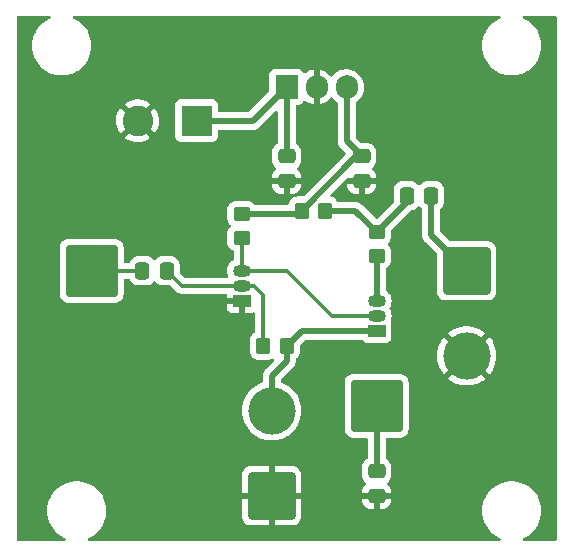
<source format=gbr>
%TF.GenerationSoftware,KiCad,Pcbnew,(6.0.7)*%
%TF.CreationDate,2022-09-29T22:29:57-04:00*%
%TF.ProjectId,fuzz_v1,66757a7a-5f76-4312-9e6b-696361645f70,rev?*%
%TF.SameCoordinates,Original*%
%TF.FileFunction,Copper,L1,Top*%
%TF.FilePolarity,Positive*%
%FSLAX46Y46*%
G04 Gerber Fmt 4.6, Leading zero omitted, Abs format (unit mm)*
G04 Created by KiCad (PCBNEW (6.0.7)) date 2022-09-29 22:29:57*
%MOMM*%
%LPD*%
G01*
G04 APERTURE LIST*
G04 Aperture macros list*
%AMRoundRect*
0 Rectangle with rounded corners*
0 $1 Rounding radius*
0 $2 $3 $4 $5 $6 $7 $8 $9 X,Y pos of 4 corners*
0 Add a 4 corners polygon primitive as box body*
4,1,4,$2,$3,$4,$5,$6,$7,$8,$9,$2,$3,0*
0 Add four circle primitives for the rounded corners*
1,1,$1+$1,$2,$3*
1,1,$1+$1,$4,$5*
1,1,$1+$1,$6,$7*
1,1,$1+$1,$8,$9*
0 Add four rect primitives between the rounded corners*
20,1,$1+$1,$2,$3,$4,$5,0*
20,1,$1+$1,$4,$5,$6,$7,0*
20,1,$1+$1,$6,$7,$8,$9,0*
20,1,$1+$1,$8,$9,$2,$3,0*%
G04 Aperture macros list end*
%TA.AperFunction,SMDPad,CuDef*%
%ADD10RoundRect,0.250000X-0.450000X0.350000X-0.450000X-0.350000X0.450000X-0.350000X0.450000X0.350000X0*%
%TD*%
%TA.AperFunction,SMDPad,CuDef*%
%ADD11RoundRect,0.250000X-0.475000X0.337500X-0.475000X-0.337500X0.475000X-0.337500X0.475000X0.337500X0*%
%TD*%
%TA.AperFunction,SMDPad,CuDef*%
%ADD12RoundRect,0.250000X-0.350000X-0.450000X0.350000X-0.450000X0.350000X0.450000X-0.350000X0.450000X0*%
%TD*%
%TA.AperFunction,ComponentPad*%
%ADD13R,1.500000X1.050000*%
%TD*%
%TA.AperFunction,ComponentPad*%
%ADD14O,1.500000X1.050000*%
%TD*%
%TA.AperFunction,ComponentPad*%
%ADD15RoundRect,0.250000X-1.750000X1.750000X-1.750000X-1.750000X1.750000X-1.750000X1.750000X1.750000X0*%
%TD*%
%TA.AperFunction,ComponentPad*%
%ADD16C,4.000000*%
%TD*%
%TA.AperFunction,ComponentPad*%
%ADD17R,1.905000X2.000000*%
%TD*%
%TA.AperFunction,ComponentPad*%
%ADD18O,1.905000X2.000000*%
%TD*%
%TA.AperFunction,SMDPad,CuDef*%
%ADD19RoundRect,0.250000X0.337500X0.475000X-0.337500X0.475000X-0.337500X-0.475000X0.337500X-0.475000X0*%
%TD*%
%TA.AperFunction,ComponentPad*%
%ADD20RoundRect,0.249999X-1.950001X-1.950001X1.950001X-1.950001X1.950001X1.950001X-1.950001X1.950001X0*%
%TD*%
%TA.AperFunction,ComponentPad*%
%ADD21RoundRect,0.250000X1.750000X-1.750000X1.750000X1.750000X-1.750000X1.750000X-1.750000X-1.750000X0*%
%TD*%
%TA.AperFunction,ComponentPad*%
%ADD22R,2.600000X2.600000*%
%TD*%
%TA.AperFunction,ComponentPad*%
%ADD23C,2.600000*%
%TD*%
%TA.AperFunction,SMDPad,CuDef*%
%ADD24RoundRect,0.250000X-0.337500X-0.475000X0.337500X-0.475000X0.337500X0.475000X-0.337500X0.475000X0*%
%TD*%
%TA.AperFunction,Conductor*%
%ADD25C,0.500000*%
%TD*%
%TA.AperFunction,Conductor*%
%ADD26C,0.300000*%
%TD*%
G04 APERTURE END LIST*
D10*
%TO.P,R3,1*%
%TO.N,Net-(C4-Pad1)*%
X140970000Y-50070000D03*
%TO.P,R3,2*%
%TO.N,Net-(Q2-Pad3)*%
X140970000Y-52070000D03*
%TD*%
D11*
%TO.P,C3,1*%
%TO.N,/9V_CLEAN*%
X139700000Y-43645000D03*
%TO.P,C3,2*%
%TO.N,GND*%
X139700000Y-45720000D03*
%TD*%
D12*
%TO.P,R4,1*%
%TO.N,Net-(C2-Pad1)*%
X131350000Y-59690000D03*
%TO.P,R4,2*%
%TO.N,Net-(J5-Pad2)*%
X133350000Y-59690000D03*
%TD*%
D13*
%TO.P,Q1,1,E*%
%TO.N,GND*%
X129540000Y-55880000D03*
D14*
%TO.P,Q1,2,B*%
%TO.N,Net-(C2-Pad1)*%
X129540000Y-54610000D03*
%TO.P,Q1,3,C*%
%TO.N,Net-(Q1-Pad3)*%
X129540000Y-53340000D03*
%TD*%
D13*
%TO.P,Q2,1,E*%
%TO.N,Net-(J5-Pad2)*%
X140970000Y-58420000D03*
D14*
%TO.P,Q2,2,B*%
%TO.N,Net-(Q1-Pad3)*%
X140970000Y-57150000D03*
%TO.P,Q2,3,C*%
%TO.N,Net-(Q2-Pad3)*%
X140970000Y-55880000D03*
%TD*%
D15*
%TO.P,J4,1,Pin_1*%
%TO.N,/VOL*%
X148590000Y-53340000D03*
D16*
%TO.P,J4,2,Pin_2*%
%TO.N,GND*%
X148590000Y-60540000D03*
%TD*%
D17*
%TO.P,U1,1,IN*%
%TO.N,+12V*%
X133350000Y-37775000D03*
D18*
%TO.P,U1,2,GND*%
%TO.N,GND*%
X135890000Y-37775000D03*
%TO.P,U1,3,OUT*%
%TO.N,/9V_CLEAN*%
X138430000Y-37775000D03*
%TD*%
D19*
%TO.P,C2,1*%
%TO.N,Net-(C2-Pad1)*%
X123190000Y-53340000D03*
%TO.P,C2,2*%
%TO.N,/guitar_in*%
X121115000Y-53340000D03*
%TD*%
D11*
%TO.P,C5,1*%
%TO.N,/FUZZ*%
X140970000Y-70315000D03*
%TO.P,C5,2*%
%TO.N,GND*%
X140970000Y-72390000D03*
%TD*%
D20*
%TO.P,J6,1,Pin_1*%
%TO.N,/FUZZ*%
X140970000Y-64770000D03*
%TD*%
D11*
%TO.P,C1,1*%
%TO.N,+12V*%
X133350000Y-43645000D03*
%TO.P,C1,2*%
%TO.N,GND*%
X133350000Y-45720000D03*
%TD*%
D21*
%TO.P,J5,1,Pin_1*%
%TO.N,GND*%
X132080000Y-72390000D03*
D16*
%TO.P,J5,2,Pin_2*%
%TO.N,Net-(J5-Pad2)*%
X132080000Y-65190000D03*
%TD*%
D22*
%TO.P,J1,1,Pin_1*%
%TO.N,+12V*%
X125730000Y-40640000D03*
D23*
%TO.P,J1,2,Pin_2*%
%TO.N,GND*%
X120730000Y-40640000D03*
%TD*%
D10*
%TO.P,R1,1*%
%TO.N,/9V_CLEAN*%
X129540000Y-48530000D03*
%TO.P,R1,2*%
%TO.N,Net-(Q1-Pad3)*%
X129540000Y-50530000D03*
%TD*%
D20*
%TO.P,J2,1,Pin_1*%
%TO.N,/guitar_in*%
X116840000Y-53340000D03*
%TD*%
D24*
%TO.P,C4,1*%
%TO.N,Net-(C4-Pad1)*%
X143510000Y-46990000D03*
%TO.P,C4,2*%
%TO.N,/VOL*%
X145585000Y-46990000D03*
%TD*%
D12*
%TO.P,R2,1*%
%TO.N,/9V_CLEAN*%
X134620000Y-48260000D03*
%TO.P,R2,2*%
%TO.N,Net-(C4-Pad1)*%
X136620000Y-48260000D03*
%TD*%
D25*
%TO.N,+12V*%
X130485000Y-40640000D02*
X133350000Y-37775000D01*
X133350000Y-43645000D02*
X133350000Y-37775000D01*
X125730000Y-40640000D02*
X130485000Y-40640000D01*
%TO.N,/9V_CLEAN*%
X134620000Y-48260000D02*
X139235000Y-43645000D01*
X138430000Y-42375000D02*
X139700000Y-43645000D01*
X134350000Y-48530000D02*
X134620000Y-48260000D01*
X129540000Y-48530000D02*
X134350000Y-48530000D01*
X139235000Y-43645000D02*
X139700000Y-43645000D01*
X138430000Y-37775000D02*
X138430000Y-42375000D01*
D26*
%TO.N,Net-(Q1-Pad3)*%
X137160000Y-57150000D02*
X140970000Y-57150000D01*
X129540000Y-50530000D02*
X129540000Y-53340000D01*
X133350000Y-53340000D02*
X137160000Y-57150000D01*
X129540000Y-53340000D02*
X133350000Y-53340000D01*
D25*
%TO.N,Net-(C4-Pad1)*%
X143510000Y-46990000D02*
X143510000Y-47530000D01*
X136620000Y-48260000D02*
X139160000Y-48260000D01*
X143510000Y-47530000D02*
X140970000Y-50070000D01*
X139160000Y-48260000D02*
X140970000Y-50070000D01*
%TO.N,Net-(Q2-Pad3)*%
X140970000Y-52070000D02*
X140970000Y-55880000D01*
D26*
%TO.N,Net-(C2-Pad1)*%
X124460000Y-54610000D02*
X129540000Y-54610000D01*
X130590000Y-54610000D02*
X131350000Y-55370000D01*
X129540000Y-54610000D02*
X130590000Y-54610000D01*
X131350000Y-55370000D02*
X131350000Y-59690000D01*
X123190000Y-53340000D02*
X124460000Y-54610000D01*
D25*
%TO.N,Net-(J5-Pad2)*%
X133350000Y-60960000D02*
X132080000Y-62230000D01*
X134620000Y-58420000D02*
X140970000Y-58420000D01*
X133350000Y-59690000D02*
X134620000Y-58420000D01*
X133350000Y-59690000D02*
X133350000Y-60960000D01*
X132080000Y-62230000D02*
X132080000Y-65190000D01*
%TO.N,/VOL*%
X145585000Y-46990000D02*
X145585000Y-50335000D01*
X145585000Y-50335000D02*
X148590000Y-53340000D01*
D26*
%TO.N,/guitar_in*%
X121115000Y-53340000D02*
X116840000Y-53340000D01*
D25*
%TO.N,/FUZZ*%
X140970000Y-70315000D02*
X140970000Y-64770000D01*
%TD*%
%TA.AperFunction,Conductor*%
%TO.N,GND*%
G36*
X113308641Y-31770002D02*
G01*
X113355134Y-31823658D01*
X113365238Y-31893932D01*
X113335744Y-31958512D01*
X113286903Y-31993152D01*
X113229821Y-32015753D01*
X112953221Y-32167816D01*
X112697860Y-32353346D01*
X112467767Y-32569418D01*
X112266568Y-32812625D01*
X112097438Y-33079131D01*
X112095754Y-33082710D01*
X112095750Y-33082717D01*
X111969333Y-33351369D01*
X111963044Y-33364734D01*
X111865505Y-33664928D01*
X111806359Y-33974980D01*
X111788833Y-34253559D01*
X111786540Y-34290000D01*
X111806359Y-34605020D01*
X111865505Y-34915072D01*
X111963044Y-35215266D01*
X111964731Y-35218852D01*
X111964733Y-35218856D01*
X112095750Y-35497283D01*
X112095754Y-35497290D01*
X112097438Y-35500869D01*
X112266568Y-35767375D01*
X112467767Y-36010582D01*
X112697860Y-36226654D01*
X112953221Y-36412184D01*
X112956690Y-36414091D01*
X112956693Y-36414093D01*
X113164425Y-36528295D01*
X113229821Y-36564247D01*
X113233490Y-36565700D01*
X113233495Y-36565702D01*
X113483495Y-36664684D01*
X113523298Y-36680443D01*
X113829025Y-36758940D01*
X114142179Y-36798500D01*
X114457821Y-36798500D01*
X114770975Y-36758940D01*
X115076702Y-36680443D01*
X115116505Y-36664684D01*
X115366505Y-36565702D01*
X115366510Y-36565700D01*
X115370179Y-36564247D01*
X115435575Y-36528295D01*
X115643307Y-36414093D01*
X115643310Y-36414091D01*
X115646779Y-36412184D01*
X115902140Y-36226654D01*
X116132233Y-36010582D01*
X116333432Y-35767375D01*
X116502562Y-35500869D01*
X116504246Y-35497290D01*
X116504250Y-35497283D01*
X116635267Y-35218856D01*
X116635269Y-35218852D01*
X116636956Y-35215266D01*
X116734495Y-34915072D01*
X116793641Y-34605020D01*
X116813460Y-34290000D01*
X116793641Y-33974980D01*
X116734495Y-33664928D01*
X116636956Y-33364734D01*
X116630667Y-33351369D01*
X116504250Y-33082717D01*
X116504246Y-33082710D01*
X116502562Y-33079131D01*
X116333432Y-32812625D01*
X116132233Y-32569418D01*
X115902140Y-32353346D01*
X115646779Y-32167816D01*
X115370179Y-32015753D01*
X115313097Y-31993152D01*
X115257122Y-31949477D01*
X115233646Y-31882474D01*
X115250122Y-31813416D01*
X115301318Y-31764227D01*
X115359480Y-31750000D01*
X151340520Y-31750000D01*
X151408641Y-31770002D01*
X151455134Y-31823658D01*
X151465238Y-31893932D01*
X151435744Y-31958512D01*
X151386903Y-31993152D01*
X151329821Y-32015753D01*
X151053221Y-32167816D01*
X150797860Y-32353346D01*
X150567767Y-32569418D01*
X150366568Y-32812625D01*
X150197438Y-33079131D01*
X150195754Y-33082710D01*
X150195750Y-33082717D01*
X150069333Y-33351369D01*
X150063044Y-33364734D01*
X149965505Y-33664928D01*
X149906359Y-33974980D01*
X149888833Y-34253559D01*
X149886540Y-34290000D01*
X149906359Y-34605020D01*
X149965505Y-34915072D01*
X150063044Y-35215266D01*
X150064731Y-35218852D01*
X150064733Y-35218856D01*
X150195750Y-35497283D01*
X150195754Y-35497290D01*
X150197438Y-35500869D01*
X150366568Y-35767375D01*
X150567767Y-36010582D01*
X150797860Y-36226654D01*
X151053221Y-36412184D01*
X151056690Y-36414091D01*
X151056693Y-36414093D01*
X151264425Y-36528295D01*
X151329821Y-36564247D01*
X151333490Y-36565700D01*
X151333495Y-36565702D01*
X151583495Y-36664684D01*
X151623298Y-36680443D01*
X151929025Y-36758940D01*
X152242179Y-36798500D01*
X152557821Y-36798500D01*
X152870975Y-36758940D01*
X153176702Y-36680443D01*
X153216505Y-36664684D01*
X153466505Y-36565702D01*
X153466510Y-36565700D01*
X153470179Y-36564247D01*
X153535575Y-36528295D01*
X153743307Y-36414093D01*
X153743310Y-36414091D01*
X153746779Y-36412184D01*
X154002140Y-36226654D01*
X154232233Y-36010582D01*
X154433432Y-35767375D01*
X154602562Y-35500869D01*
X154604246Y-35497290D01*
X154604250Y-35497283D01*
X154735267Y-35218856D01*
X154735269Y-35218852D01*
X154736956Y-35215266D01*
X154834495Y-34915072D01*
X154893641Y-34605020D01*
X154913460Y-34290000D01*
X154893641Y-33974980D01*
X154834495Y-33664928D01*
X154736956Y-33364734D01*
X154730667Y-33351369D01*
X154604250Y-33082717D01*
X154604246Y-33082710D01*
X154602562Y-33079131D01*
X154433432Y-32812625D01*
X154232233Y-32569418D01*
X154002140Y-32353346D01*
X153746779Y-32167816D01*
X153470179Y-32015753D01*
X153413097Y-31993152D01*
X153357122Y-31949477D01*
X153333646Y-31882474D01*
X153350122Y-31813416D01*
X153401318Y-31764227D01*
X153459480Y-31750000D01*
X156084000Y-31750000D01*
X156152121Y-31770002D01*
X156198614Y-31823658D01*
X156210000Y-31876000D01*
X156210000Y-76074000D01*
X156189998Y-76142121D01*
X156136342Y-76188614D01*
X156084000Y-76200000D01*
X153459480Y-76200000D01*
X153391359Y-76179998D01*
X153344866Y-76126342D01*
X153334762Y-76056068D01*
X153364256Y-75991488D01*
X153413096Y-75956848D01*
X153466504Y-75935702D01*
X153466503Y-75935702D01*
X153470179Y-75934247D01*
X153746779Y-75782184D01*
X154002140Y-75596654D01*
X154232233Y-75380582D01*
X154433432Y-75137375D01*
X154602562Y-74870869D01*
X154604246Y-74867290D01*
X154604250Y-74867283D01*
X154735267Y-74588856D01*
X154735269Y-74588852D01*
X154736956Y-74585266D01*
X154834495Y-74285072D01*
X154893641Y-73975020D01*
X154913460Y-73660000D01*
X154893641Y-73344980D01*
X154834495Y-73034928D01*
X154736956Y-72734734D01*
X154730667Y-72721369D01*
X154604250Y-72452717D01*
X154604246Y-72452710D01*
X154602562Y-72449131D01*
X154433432Y-72182625D01*
X154232233Y-71939418D01*
X154002140Y-71723346D01*
X153746779Y-71537816D01*
X153590147Y-71451706D01*
X153473648Y-71387660D01*
X153473647Y-71387659D01*
X153470179Y-71385753D01*
X153466510Y-71384300D01*
X153466505Y-71384298D01*
X153180372Y-71271010D01*
X153180371Y-71271010D01*
X153176702Y-71269557D01*
X152870975Y-71191060D01*
X152557821Y-71151500D01*
X152242179Y-71151500D01*
X151929025Y-71191060D01*
X151623298Y-71269557D01*
X151619629Y-71271010D01*
X151619628Y-71271010D01*
X151333495Y-71384298D01*
X151333490Y-71384300D01*
X151329821Y-71385753D01*
X151326353Y-71387659D01*
X151326352Y-71387660D01*
X151209854Y-71451706D01*
X151053221Y-71537816D01*
X150797860Y-71723346D01*
X150567767Y-71939418D01*
X150366568Y-72182625D01*
X150197438Y-72449131D01*
X150195754Y-72452710D01*
X150195750Y-72452717D01*
X150069333Y-72721369D01*
X150063044Y-72734734D01*
X149965505Y-73034928D01*
X149906359Y-73344980D01*
X149888833Y-73623559D01*
X149886540Y-73660000D01*
X149906359Y-73975020D01*
X149965505Y-74285072D01*
X150063044Y-74585266D01*
X150064731Y-74588852D01*
X150064733Y-74588856D01*
X150195750Y-74867283D01*
X150195754Y-74867290D01*
X150197438Y-74870869D01*
X150366568Y-75137375D01*
X150567767Y-75380582D01*
X150797860Y-75596654D01*
X151053221Y-75782184D01*
X151329821Y-75934247D01*
X151333497Y-75935702D01*
X151333496Y-75935702D01*
X151386904Y-75956848D01*
X151442878Y-76000523D01*
X151466354Y-76067526D01*
X151449878Y-76136584D01*
X151398682Y-76185773D01*
X151340520Y-76200000D01*
X116629480Y-76200000D01*
X116561359Y-76179998D01*
X116514866Y-76126342D01*
X116504762Y-76056068D01*
X116534256Y-75991488D01*
X116583096Y-75956848D01*
X116636504Y-75935702D01*
X116636503Y-75935702D01*
X116640179Y-75934247D01*
X116916779Y-75782184D01*
X117172140Y-75596654D01*
X117402233Y-75380582D01*
X117603432Y-75137375D01*
X117772562Y-74870869D01*
X117774246Y-74867290D01*
X117774250Y-74867283D01*
X117905267Y-74588856D01*
X117905269Y-74588852D01*
X117906956Y-74585266D01*
X118004495Y-74285072D01*
X118023185Y-74187095D01*
X129572001Y-74187095D01*
X129572338Y-74193614D01*
X129582257Y-74289206D01*
X129585149Y-74302600D01*
X129636588Y-74456784D01*
X129642761Y-74469962D01*
X129728063Y-74607807D01*
X129737099Y-74619208D01*
X129851829Y-74733739D01*
X129863240Y-74742751D01*
X130001243Y-74827816D01*
X130014424Y-74833963D01*
X130168710Y-74885138D01*
X130182086Y-74888005D01*
X130276438Y-74897672D01*
X130282854Y-74898000D01*
X131807885Y-74898000D01*
X131823124Y-74893525D01*
X131824329Y-74892135D01*
X131826000Y-74884452D01*
X131826000Y-74879884D01*
X132334000Y-74879884D01*
X132338475Y-74895123D01*
X132339865Y-74896328D01*
X132347548Y-74897999D01*
X133877095Y-74897999D01*
X133883614Y-74897662D01*
X133979206Y-74887743D01*
X133992600Y-74884851D01*
X134146784Y-74833412D01*
X134159962Y-74827239D01*
X134297807Y-74741937D01*
X134309208Y-74732901D01*
X134423739Y-74618171D01*
X134432751Y-74606760D01*
X134517816Y-74468757D01*
X134523963Y-74455576D01*
X134575138Y-74301290D01*
X134578005Y-74287914D01*
X134587672Y-74193562D01*
X134588000Y-74187146D01*
X134588000Y-72774595D01*
X139737001Y-72774595D01*
X139737338Y-72781114D01*
X139747257Y-72876706D01*
X139750149Y-72890100D01*
X139801588Y-73044284D01*
X139807761Y-73057462D01*
X139893063Y-73195307D01*
X139902099Y-73206708D01*
X140016829Y-73321239D01*
X140028240Y-73330251D01*
X140166243Y-73415316D01*
X140179424Y-73421463D01*
X140333710Y-73472638D01*
X140347086Y-73475505D01*
X140441438Y-73485172D01*
X140447854Y-73485500D01*
X140697885Y-73485500D01*
X140713124Y-73481025D01*
X140714329Y-73479635D01*
X140716000Y-73471952D01*
X140716000Y-73467384D01*
X141224000Y-73467384D01*
X141228475Y-73482623D01*
X141229865Y-73483828D01*
X141237548Y-73485499D01*
X141492095Y-73485499D01*
X141498614Y-73485162D01*
X141594206Y-73475243D01*
X141607600Y-73472351D01*
X141761784Y-73420912D01*
X141774962Y-73414739D01*
X141912807Y-73329437D01*
X141924208Y-73320401D01*
X142038739Y-73205671D01*
X142047751Y-73194260D01*
X142132816Y-73056257D01*
X142138963Y-73043076D01*
X142190138Y-72888790D01*
X142193005Y-72875414D01*
X142202672Y-72781062D01*
X142203000Y-72774646D01*
X142203000Y-72662115D01*
X142198525Y-72646876D01*
X142197135Y-72645671D01*
X142189452Y-72644000D01*
X141242115Y-72644000D01*
X141226876Y-72648475D01*
X141225671Y-72649865D01*
X141224000Y-72657548D01*
X141224000Y-73467384D01*
X140716000Y-73467384D01*
X140716000Y-72662115D01*
X140711525Y-72646876D01*
X140710135Y-72645671D01*
X140702452Y-72644000D01*
X139755116Y-72644000D01*
X139739877Y-72648475D01*
X139738672Y-72649865D01*
X139737001Y-72657548D01*
X139737001Y-72774595D01*
X134588000Y-72774595D01*
X134588000Y-72662115D01*
X134583525Y-72646876D01*
X134582135Y-72645671D01*
X134574452Y-72644000D01*
X132352115Y-72644000D01*
X132336876Y-72648475D01*
X132335671Y-72649865D01*
X132334000Y-72657548D01*
X132334000Y-74879884D01*
X131826000Y-74879884D01*
X131826000Y-72662115D01*
X131821525Y-72646876D01*
X131820135Y-72645671D01*
X131812452Y-72644000D01*
X129590116Y-72644000D01*
X129574877Y-72648475D01*
X129573672Y-72649865D01*
X129572001Y-72657548D01*
X129572001Y-74187095D01*
X118023185Y-74187095D01*
X118063641Y-73975020D01*
X118083460Y-73660000D01*
X118063641Y-73344980D01*
X118004495Y-73034928D01*
X117906956Y-72734734D01*
X117900667Y-72721369D01*
X117774250Y-72452717D01*
X117774246Y-72452710D01*
X117772562Y-72449131D01*
X117603432Y-72182625D01*
X117549874Y-72117885D01*
X129572000Y-72117885D01*
X129576475Y-72133124D01*
X129577865Y-72134329D01*
X129585548Y-72136000D01*
X131807885Y-72136000D01*
X131823124Y-72131525D01*
X131824329Y-72130135D01*
X131826000Y-72122452D01*
X131826000Y-72117885D01*
X132334000Y-72117885D01*
X132338475Y-72133124D01*
X132339865Y-72134329D01*
X132347548Y-72136000D01*
X134569884Y-72136000D01*
X134585123Y-72131525D01*
X134586328Y-72130135D01*
X134587999Y-72122452D01*
X134587999Y-70592905D01*
X134587662Y-70586386D01*
X134577743Y-70490794D01*
X134574851Y-70477400D01*
X134523412Y-70323216D01*
X134517239Y-70310038D01*
X134431937Y-70172193D01*
X134422901Y-70160792D01*
X134308171Y-70046261D01*
X134296760Y-70037249D01*
X134158757Y-69952184D01*
X134145576Y-69946037D01*
X133991290Y-69894862D01*
X133977914Y-69891995D01*
X133883562Y-69882328D01*
X133877145Y-69882000D01*
X132352115Y-69882000D01*
X132336876Y-69886475D01*
X132335671Y-69887865D01*
X132334000Y-69895548D01*
X132334000Y-72117885D01*
X131826000Y-72117885D01*
X131826000Y-69900116D01*
X131821525Y-69884877D01*
X131820135Y-69883672D01*
X131812452Y-69882001D01*
X130282905Y-69882001D01*
X130276386Y-69882338D01*
X130180794Y-69892257D01*
X130167400Y-69895149D01*
X130013216Y-69946588D01*
X130000038Y-69952761D01*
X129862193Y-70038063D01*
X129850792Y-70047099D01*
X129736261Y-70161829D01*
X129727249Y-70173240D01*
X129642184Y-70311243D01*
X129636037Y-70324424D01*
X129584862Y-70478710D01*
X129581995Y-70492086D01*
X129572328Y-70586438D01*
X129572000Y-70592855D01*
X129572000Y-72117885D01*
X117549874Y-72117885D01*
X117402233Y-71939418D01*
X117172140Y-71723346D01*
X116916779Y-71537816D01*
X116760147Y-71451706D01*
X116643648Y-71387660D01*
X116643647Y-71387659D01*
X116640179Y-71385753D01*
X116636510Y-71384300D01*
X116636505Y-71384298D01*
X116350372Y-71271010D01*
X116350371Y-71271010D01*
X116346702Y-71269557D01*
X116040975Y-71191060D01*
X115727821Y-71151500D01*
X115412179Y-71151500D01*
X115099025Y-71191060D01*
X114793298Y-71269557D01*
X114789629Y-71271010D01*
X114789628Y-71271010D01*
X114503495Y-71384298D01*
X114503490Y-71384300D01*
X114499821Y-71385753D01*
X114496353Y-71387659D01*
X114496352Y-71387660D01*
X114379854Y-71451706D01*
X114223221Y-71537816D01*
X113967860Y-71723346D01*
X113737767Y-71939418D01*
X113536568Y-72182625D01*
X113367438Y-72449131D01*
X113365754Y-72452710D01*
X113365750Y-72452717D01*
X113239333Y-72721369D01*
X113233044Y-72734734D01*
X113135505Y-73034928D01*
X113076359Y-73344980D01*
X113058833Y-73623559D01*
X113056540Y-73660000D01*
X113076359Y-73975020D01*
X113135505Y-74285072D01*
X113233044Y-74585266D01*
X113234731Y-74588852D01*
X113234733Y-74588856D01*
X113365750Y-74867283D01*
X113365754Y-74867290D01*
X113367438Y-74870869D01*
X113536568Y-75137375D01*
X113737767Y-75380582D01*
X113967860Y-75596654D01*
X114223221Y-75782184D01*
X114499821Y-75934247D01*
X114503497Y-75935702D01*
X114503496Y-75935702D01*
X114556904Y-75956848D01*
X114612878Y-76000523D01*
X114636354Y-76067526D01*
X114619878Y-76136584D01*
X114568682Y-76185773D01*
X114510520Y-76200000D01*
X110616000Y-76200000D01*
X110547879Y-76179998D01*
X110501386Y-76126342D01*
X110490000Y-76074000D01*
X110490000Y-56449669D01*
X128282001Y-56449669D01*
X128282371Y-56456490D01*
X128287895Y-56507352D01*
X128291521Y-56522604D01*
X128336676Y-56643054D01*
X128345214Y-56658649D01*
X128421715Y-56760724D01*
X128434276Y-56773285D01*
X128536351Y-56849786D01*
X128551946Y-56858324D01*
X128672394Y-56903478D01*
X128687649Y-56907105D01*
X128738514Y-56912631D01*
X128745328Y-56913000D01*
X129267885Y-56913000D01*
X129283124Y-56908525D01*
X129284329Y-56907135D01*
X129286000Y-56899452D01*
X129286000Y-56152115D01*
X129281525Y-56136876D01*
X129280135Y-56135671D01*
X129272452Y-56134000D01*
X128300116Y-56134000D01*
X128284877Y-56138475D01*
X128283672Y-56139865D01*
X128282001Y-56147548D01*
X128282001Y-56449669D01*
X110490000Y-56449669D01*
X110490000Y-51339599D01*
X114131500Y-51339599D01*
X114131501Y-55340400D01*
X114142474Y-55446167D01*
X114144658Y-55452713D01*
X114195730Y-55605792D01*
X114198450Y-55613946D01*
X114291521Y-55764349D01*
X114416697Y-55889306D01*
X114567261Y-55982115D01*
X114647004Y-56008564D01*
X114728610Y-56035632D01*
X114728612Y-56035632D01*
X114735138Y-56037797D01*
X114741974Y-56038497D01*
X114741977Y-56038498D01*
X114785030Y-56042909D01*
X114839599Y-56048500D01*
X116824574Y-56048500D01*
X118840400Y-56048499D01*
X118946167Y-56037526D01*
X119105347Y-55984419D01*
X119107002Y-55983867D01*
X119107004Y-55983866D01*
X119113946Y-55981550D01*
X119264349Y-55888479D01*
X119280051Y-55872750D01*
X119384134Y-55768484D01*
X119389306Y-55763303D01*
X119463396Y-55643107D01*
X119478275Y-55618969D01*
X119478276Y-55618967D01*
X119482115Y-55612739D01*
X119508564Y-55532996D01*
X119535632Y-55451390D01*
X119535632Y-55451388D01*
X119537797Y-55444862D01*
X119539068Y-55432463D01*
X119546730Y-55357673D01*
X119548500Y-55340401D01*
X119548500Y-54124500D01*
X119568502Y-54056379D01*
X119622158Y-54009886D01*
X119674500Y-53998500D01*
X119948303Y-53998500D01*
X120016424Y-54018502D01*
X120062917Y-54072158D01*
X120067826Y-54084623D01*
X120077558Y-54113791D01*
X120085950Y-54138946D01*
X120179022Y-54289348D01*
X120304197Y-54414305D01*
X120310427Y-54418145D01*
X120310428Y-54418146D01*
X120447590Y-54502694D01*
X120454762Y-54507115D01*
X120534505Y-54533564D01*
X120616111Y-54560632D01*
X120616113Y-54560632D01*
X120622639Y-54562797D01*
X120629475Y-54563497D01*
X120629478Y-54563498D01*
X120672531Y-54567909D01*
X120727100Y-54573500D01*
X121502900Y-54573500D01*
X121506146Y-54573163D01*
X121506150Y-54573163D01*
X121601808Y-54563238D01*
X121601812Y-54563237D01*
X121608666Y-54562526D01*
X121615202Y-54560345D01*
X121615204Y-54560345D01*
X121747306Y-54516272D01*
X121776446Y-54506550D01*
X121926848Y-54413478D01*
X122051805Y-54288303D01*
X122054406Y-54284084D01*
X122111530Y-54243583D01*
X122182453Y-54240351D01*
X122243865Y-54275976D01*
X122250422Y-54283530D01*
X122254022Y-54289348D01*
X122379197Y-54414305D01*
X122385427Y-54418145D01*
X122385428Y-54418146D01*
X122522590Y-54502694D01*
X122529762Y-54507115D01*
X122609505Y-54533564D01*
X122691111Y-54560632D01*
X122691113Y-54560632D01*
X122697639Y-54562797D01*
X122704475Y-54563497D01*
X122704478Y-54563498D01*
X122747531Y-54567909D01*
X122802100Y-54573500D01*
X123440050Y-54573500D01*
X123508171Y-54593502D01*
X123529145Y-54610405D01*
X123936345Y-55017605D01*
X123944335Y-55026385D01*
X123948584Y-55033080D01*
X123954362Y-55038506D01*
X123954363Y-55038507D01*
X124000257Y-55081604D01*
X124003099Y-55084359D01*
X124023667Y-55104927D01*
X124027170Y-55107644D01*
X124036195Y-55115352D01*
X124069867Y-55146972D01*
X124076812Y-55150790D01*
X124076816Y-55150793D01*
X124088653Y-55157300D01*
X124105181Y-55168156D01*
X124122131Y-55181304D01*
X124164545Y-55199659D01*
X124175183Y-55204871D01*
X124215663Y-55227124D01*
X124223340Y-55229095D01*
X124223345Y-55229097D01*
X124236426Y-55232455D01*
X124255134Y-55238860D01*
X124274823Y-55247380D01*
X124282649Y-55248619D01*
X124282651Y-55248620D01*
X124300136Y-55251389D01*
X124320459Y-55254608D01*
X124332070Y-55257012D01*
X124363107Y-55264981D01*
X124369135Y-55266529D01*
X124369136Y-55266529D01*
X124376812Y-55268500D01*
X124398258Y-55268500D01*
X124417968Y-55270051D01*
X124431322Y-55272166D01*
X124431323Y-55272166D01*
X124439152Y-55273406D01*
X124485141Y-55269059D01*
X124496996Y-55268500D01*
X128156000Y-55268500D01*
X128224121Y-55288502D01*
X128270614Y-55342158D01*
X128282000Y-55394500D01*
X128282000Y-55607885D01*
X128286475Y-55623124D01*
X128287865Y-55624329D01*
X128295548Y-55626000D01*
X129093758Y-55626000D01*
X129107803Y-55626785D01*
X129256817Y-55643500D01*
X129668000Y-55643500D01*
X129736121Y-55663502D01*
X129782614Y-55717158D01*
X129794000Y-55769500D01*
X129794000Y-56894884D01*
X129798475Y-56910123D01*
X129799865Y-56911328D01*
X129807548Y-56912999D01*
X130334669Y-56912999D01*
X130341490Y-56912629D01*
X130392352Y-56907105D01*
X130407603Y-56903479D01*
X130521270Y-56860867D01*
X130592077Y-56855684D01*
X130654446Y-56889605D01*
X130688576Y-56951860D01*
X130691500Y-56978849D01*
X130691500Y-58468689D01*
X130671498Y-58536810D01*
X130631804Y-58575833D01*
X130525652Y-58641522D01*
X130400695Y-58766697D01*
X130307885Y-58917262D01*
X130290655Y-58969210D01*
X130258464Y-59066264D01*
X130252203Y-59085139D01*
X130241500Y-59189600D01*
X130241500Y-60190400D01*
X130241837Y-60193646D01*
X130241837Y-60193650D01*
X130245506Y-60229006D01*
X130252474Y-60296166D01*
X130308450Y-60463946D01*
X130401522Y-60614348D01*
X130526697Y-60739305D01*
X130532927Y-60743145D01*
X130532928Y-60743146D01*
X130670090Y-60827694D01*
X130677262Y-60832115D01*
X130734181Y-60850994D01*
X130838611Y-60885632D01*
X130838613Y-60885632D01*
X130845139Y-60887797D01*
X130851975Y-60888497D01*
X130851978Y-60888498D01*
X130895031Y-60892909D01*
X130949600Y-60898500D01*
X131750400Y-60898500D01*
X131753646Y-60898163D01*
X131753650Y-60898163D01*
X131849308Y-60888238D01*
X131849312Y-60888237D01*
X131856166Y-60887526D01*
X131862702Y-60885345D01*
X131862704Y-60885345D01*
X131994806Y-60841272D01*
X132023946Y-60831550D01*
X132103137Y-60782545D01*
X132171589Y-60763707D01*
X132239359Y-60784868D01*
X132284930Y-60839309D01*
X132293834Y-60909745D01*
X132258535Y-60978784D01*
X131591089Y-61646230D01*
X131576677Y-61658616D01*
X131565082Y-61667149D01*
X131565077Y-61667154D01*
X131559182Y-61671492D01*
X131554443Y-61677070D01*
X131554440Y-61677073D01*
X131524965Y-61711768D01*
X131518035Y-61719284D01*
X131512340Y-61724979D01*
X131510060Y-61727861D01*
X131494719Y-61747251D01*
X131491928Y-61750655D01*
X131449409Y-61800703D01*
X131444667Y-61806285D01*
X131441339Y-61812801D01*
X131437972Y-61817850D01*
X131434805Y-61822979D01*
X131430266Y-61828716D01*
X131399345Y-61894875D01*
X131397442Y-61898769D01*
X131364231Y-61963808D01*
X131362492Y-61970916D01*
X131360393Y-61976559D01*
X131358476Y-61982322D01*
X131355378Y-61988950D01*
X131353888Y-61996112D01*
X131353888Y-61996113D01*
X131340514Y-62060412D01*
X131339544Y-62064696D01*
X131322192Y-62135610D01*
X131321500Y-62146764D01*
X131321464Y-62146762D01*
X131321225Y-62150755D01*
X131320851Y-62154947D01*
X131319360Y-62162115D01*
X131319558Y-62169432D01*
X131321454Y-62239521D01*
X131321500Y-62242928D01*
X131321500Y-62706721D01*
X131301498Y-62774842D01*
X131241885Y-62823872D01*
X131117456Y-62873137D01*
X131013495Y-62914298D01*
X131013490Y-62914300D01*
X131009821Y-62915753D01*
X130733221Y-63067816D01*
X130477860Y-63253346D01*
X130247767Y-63469418D01*
X130046568Y-63712625D01*
X129877438Y-63979131D01*
X129875754Y-63982710D01*
X129875750Y-63982717D01*
X129744733Y-64261144D01*
X129743044Y-64264734D01*
X129645505Y-64564928D01*
X129586359Y-64874980D01*
X129566540Y-65190000D01*
X129586359Y-65505020D01*
X129645505Y-65815072D01*
X129743044Y-66115266D01*
X129744731Y-66118852D01*
X129744733Y-66118856D01*
X129875750Y-66397283D01*
X129875754Y-66397290D01*
X129877438Y-66400869D01*
X130046568Y-66667375D01*
X130247767Y-66910582D01*
X130477860Y-67126654D01*
X130733221Y-67312184D01*
X130736690Y-67314091D01*
X130736693Y-67314093D01*
X131006352Y-67462340D01*
X131009821Y-67464247D01*
X131013490Y-67465700D01*
X131013495Y-67465702D01*
X131231858Y-67552158D01*
X131303298Y-67580443D01*
X131609025Y-67658940D01*
X131922179Y-67698500D01*
X132237821Y-67698500D01*
X132550975Y-67658940D01*
X132856702Y-67580443D01*
X132928142Y-67552158D01*
X133146505Y-67465702D01*
X133146510Y-67465700D01*
X133150179Y-67464247D01*
X133153648Y-67462340D01*
X133423307Y-67314093D01*
X133423310Y-67314091D01*
X133426779Y-67312184D01*
X133682140Y-67126654D01*
X133912233Y-66910582D01*
X134113432Y-66667375D01*
X134282562Y-66400869D01*
X134284246Y-66397290D01*
X134284250Y-66397283D01*
X134415267Y-66118856D01*
X134415269Y-66118852D01*
X134416956Y-66115266D01*
X134514495Y-65815072D01*
X134573641Y-65505020D01*
X134593460Y-65190000D01*
X134573641Y-64874980D01*
X134514495Y-64564928D01*
X134416956Y-64264734D01*
X134415267Y-64261144D01*
X134284250Y-63982717D01*
X134284246Y-63982710D01*
X134282562Y-63979131D01*
X134113432Y-63712625D01*
X133912233Y-63469418D01*
X133682140Y-63253346D01*
X133426779Y-63067816D01*
X133150179Y-62915753D01*
X133146510Y-62914300D01*
X133146505Y-62914298D01*
X133042544Y-62873137D01*
X132918115Y-62823872D01*
X132862143Y-62780199D01*
X132858732Y-62769599D01*
X138261500Y-62769599D01*
X138261501Y-66770400D01*
X138272474Y-66876167D01*
X138274658Y-66882713D01*
X138325730Y-67035792D01*
X138328450Y-67043946D01*
X138421521Y-67194349D01*
X138546697Y-67319306D01*
X138697261Y-67412115D01*
X138777004Y-67438564D01*
X138858610Y-67465632D01*
X138858612Y-67465632D01*
X138865138Y-67467797D01*
X138871974Y-67468497D01*
X138871977Y-67468498D01*
X138915030Y-67472909D01*
X138969599Y-67478500D01*
X140085500Y-67478500D01*
X140153621Y-67498502D01*
X140200114Y-67552158D01*
X140211500Y-67604500D01*
X140211500Y-69190719D01*
X140191498Y-69258840D01*
X140151803Y-69297863D01*
X140020652Y-69379022D01*
X139895695Y-69504197D01*
X139802885Y-69654762D01*
X139747203Y-69822639D01*
X139736500Y-69927100D01*
X139736500Y-70702900D01*
X139747474Y-70808666D01*
X139803450Y-70976446D01*
X139896522Y-71126848D01*
X140021697Y-71251805D01*
X140026235Y-71254602D01*
X140066824Y-71311853D01*
X140070054Y-71382776D01*
X140034428Y-71444187D01*
X140025932Y-71451562D01*
X140015793Y-71459598D01*
X139901261Y-71574329D01*
X139892249Y-71585740D01*
X139807184Y-71723743D01*
X139801037Y-71736924D01*
X139749862Y-71891210D01*
X139746995Y-71904586D01*
X139737328Y-71998938D01*
X139737000Y-72005355D01*
X139737000Y-72117885D01*
X139741475Y-72133124D01*
X139742865Y-72134329D01*
X139750548Y-72136000D01*
X142184884Y-72136000D01*
X142200123Y-72131525D01*
X142201328Y-72130135D01*
X142202999Y-72122452D01*
X142202999Y-72005405D01*
X142202662Y-71998886D01*
X142192743Y-71903294D01*
X142189851Y-71889900D01*
X142138412Y-71735716D01*
X142132239Y-71722538D01*
X142046937Y-71584693D01*
X142037901Y-71573292D01*
X141923172Y-71458762D01*
X141914238Y-71451706D01*
X141873177Y-71393788D01*
X141869947Y-71322865D01*
X141905574Y-71261454D01*
X141913407Y-71254654D01*
X141919348Y-71250978D01*
X142044305Y-71125803D01*
X142137115Y-70975238D01*
X142192797Y-70807361D01*
X142203500Y-70702900D01*
X142203500Y-69927100D01*
X142200700Y-69900116D01*
X142193238Y-69828192D01*
X142193237Y-69828188D01*
X142192526Y-69821334D01*
X142136550Y-69653554D01*
X142043478Y-69503152D01*
X141918303Y-69378195D01*
X141912072Y-69374354D01*
X141788384Y-69298111D01*
X141740890Y-69245338D01*
X141728500Y-69190851D01*
X141728500Y-67604499D01*
X141748502Y-67536378D01*
X141802158Y-67489885D01*
X141854500Y-67478499D01*
X142970400Y-67478499D01*
X143076167Y-67467526D01*
X143235347Y-67414419D01*
X143237002Y-67413867D01*
X143237004Y-67413866D01*
X143243946Y-67411550D01*
X143394349Y-67318479D01*
X143519306Y-67193303D01*
X143612115Y-67042739D01*
X143667797Y-66874862D01*
X143678500Y-66770401D01*
X143678499Y-62769600D01*
X143667526Y-62663833D01*
X143615294Y-62507276D01*
X143613867Y-62502998D01*
X143613866Y-62502996D01*
X143611550Y-62496054D01*
X143605320Y-62485987D01*
X147008721Y-62485987D01*
X147017548Y-62497605D01*
X147240281Y-62659430D01*
X147246961Y-62663670D01*
X147516572Y-62811890D01*
X147523707Y-62815247D01*
X147809770Y-62928508D01*
X147817296Y-62930953D01*
X148115279Y-63007462D01*
X148123050Y-63008945D01*
X148428278Y-63047503D01*
X148436169Y-63048000D01*
X148743831Y-63048000D01*
X148751722Y-63047503D01*
X149056950Y-63008945D01*
X149064721Y-63007462D01*
X149362704Y-62930953D01*
X149370230Y-62928508D01*
X149656293Y-62815247D01*
X149663428Y-62811890D01*
X149933039Y-62663670D01*
X149939719Y-62659430D01*
X150162823Y-62497336D01*
X150171246Y-62486413D01*
X150164342Y-62473552D01*
X148602812Y-60912022D01*
X148588868Y-60904408D01*
X148587035Y-60904539D01*
X148580420Y-60908790D01*
X147015334Y-62473876D01*
X147008721Y-62485987D01*
X143605320Y-62485987D01*
X143518479Y-62345651D01*
X143393303Y-62220694D01*
X143298270Y-62162115D01*
X143248969Y-62131725D01*
X143248967Y-62131724D01*
X143242739Y-62127885D01*
X143082264Y-62074658D01*
X143081390Y-62074368D01*
X143081388Y-62074368D01*
X143074862Y-62072203D01*
X143068026Y-62071503D01*
X143068023Y-62071502D01*
X143024970Y-62067091D01*
X142970401Y-62061500D01*
X140985426Y-62061500D01*
X138969600Y-62061501D01*
X138863833Y-62072474D01*
X138857286Y-62074658D01*
X138857287Y-62074658D01*
X138702998Y-62126133D01*
X138702996Y-62126134D01*
X138696054Y-62128450D01*
X138545651Y-62221521D01*
X138420694Y-62346697D01*
X138327885Y-62497261D01*
X138272203Y-62665138D01*
X138261500Y-62769599D01*
X132858732Y-62769599D01*
X132838500Y-62706721D01*
X132838500Y-62596371D01*
X132858502Y-62528250D01*
X132875405Y-62507276D01*
X133838911Y-61543770D01*
X133853323Y-61531384D01*
X133864918Y-61522851D01*
X133864923Y-61522846D01*
X133870818Y-61518508D01*
X133875557Y-61512930D01*
X133875560Y-61512927D01*
X133905035Y-61478232D01*
X133911965Y-61470716D01*
X133917660Y-61465021D01*
X133935281Y-61442749D01*
X133938072Y-61439345D01*
X133980591Y-61389297D01*
X133980592Y-61389295D01*
X133985333Y-61383715D01*
X133988661Y-61377199D01*
X133992028Y-61372150D01*
X133995195Y-61367021D01*
X133999734Y-61361284D01*
X134030655Y-61295125D01*
X134032561Y-61291225D01*
X134065769Y-61226192D01*
X134067508Y-61219084D01*
X134069607Y-61213441D01*
X134071524Y-61207678D01*
X134074622Y-61201050D01*
X134089487Y-61129583D01*
X134090457Y-61125299D01*
X134106473Y-61059845D01*
X134107808Y-61054390D01*
X134108500Y-61043236D01*
X134108536Y-61043238D01*
X134108775Y-61039245D01*
X134109149Y-61035053D01*
X134110640Y-61027885D01*
X134108546Y-60950479D01*
X134108500Y-60947072D01*
X134108500Y-60849428D01*
X134128502Y-60781307D01*
X134162888Y-60747505D01*
X134162388Y-60746875D01*
X134168120Y-60742332D01*
X134174348Y-60738478D01*
X134187827Y-60724976D01*
X134294134Y-60618483D01*
X134299305Y-60613303D01*
X134303146Y-60607072D01*
X134342050Y-60543958D01*
X146077290Y-60543958D01*
X146096607Y-60850994D01*
X146097600Y-60858855D01*
X146155246Y-61161046D01*
X146157217Y-61168723D01*
X146252284Y-61461309D01*
X146255199Y-61468672D01*
X146386189Y-61747041D01*
X146390001Y-61753974D01*
X146554851Y-62013736D01*
X146559495Y-62020129D01*
X146634497Y-62110790D01*
X146647014Y-62119245D01*
X146657752Y-62113038D01*
X148217978Y-60552812D01*
X148224356Y-60541132D01*
X148954408Y-60541132D01*
X148954539Y-60542965D01*
X148958790Y-60549580D01*
X150521145Y-62111935D01*
X150534407Y-62119177D01*
X150544512Y-62111988D01*
X150620505Y-62020129D01*
X150625149Y-62013736D01*
X150789999Y-61753974D01*
X150793811Y-61747041D01*
X150924801Y-61468672D01*
X150927716Y-61461309D01*
X151022783Y-61168723D01*
X151024754Y-61161046D01*
X151082400Y-60858855D01*
X151083393Y-60850994D01*
X151102710Y-60543958D01*
X151102710Y-60536042D01*
X151083393Y-60229006D01*
X151082400Y-60221145D01*
X151024754Y-59918954D01*
X151022783Y-59911277D01*
X150927716Y-59618691D01*
X150924801Y-59611328D01*
X150793811Y-59332959D01*
X150789999Y-59326026D01*
X150625149Y-59066264D01*
X150620505Y-59059871D01*
X150545503Y-58969210D01*
X150532986Y-58960755D01*
X150522248Y-58966962D01*
X148962022Y-60527188D01*
X148954408Y-60541132D01*
X148224356Y-60541132D01*
X148225592Y-60538868D01*
X148225461Y-60537035D01*
X148221210Y-60530420D01*
X146658855Y-58968065D01*
X146645593Y-58960823D01*
X146635488Y-58968012D01*
X146559495Y-59059871D01*
X146554851Y-59066264D01*
X146390001Y-59326026D01*
X146386189Y-59332959D01*
X146255199Y-59611328D01*
X146252284Y-59618691D01*
X146157217Y-59911277D01*
X146155246Y-59918954D01*
X146097600Y-60221145D01*
X146096607Y-60229006D01*
X146077290Y-60536042D01*
X146077290Y-60543958D01*
X134342050Y-60543958D01*
X134388275Y-60468968D01*
X134388276Y-60468966D01*
X134392115Y-60462738D01*
X134447797Y-60294861D01*
X134458500Y-60190400D01*
X134458500Y-59706371D01*
X134478502Y-59638250D01*
X134495405Y-59617276D01*
X134897276Y-59215405D01*
X134959588Y-59181379D01*
X134986371Y-59178500D01*
X139696461Y-59178500D01*
X139764582Y-59198502D01*
X139797287Y-59228935D01*
X139856739Y-59308261D01*
X139973295Y-59395615D01*
X140109684Y-59446745D01*
X140171866Y-59453500D01*
X141768134Y-59453500D01*
X141830316Y-59446745D01*
X141966705Y-59395615D01*
X142083261Y-59308261D01*
X142170615Y-59191705D01*
X142221745Y-59055316D01*
X142228500Y-58993134D01*
X142228500Y-58593587D01*
X147008754Y-58593587D01*
X147015658Y-58606448D01*
X148577188Y-60167978D01*
X148591132Y-60175592D01*
X148592965Y-60175461D01*
X148599580Y-60171210D01*
X150164666Y-58606124D01*
X150171279Y-58594013D01*
X150162452Y-58582395D01*
X149939719Y-58420570D01*
X149933039Y-58416330D01*
X149663428Y-58268110D01*
X149656293Y-58264753D01*
X149370230Y-58151492D01*
X149362704Y-58149047D01*
X149064721Y-58072538D01*
X149056950Y-58071055D01*
X148751722Y-58032497D01*
X148743831Y-58032000D01*
X148436169Y-58032000D01*
X148428278Y-58032497D01*
X148123050Y-58071055D01*
X148115279Y-58072538D01*
X147817296Y-58149047D01*
X147809770Y-58151492D01*
X147523707Y-58264753D01*
X147516572Y-58268110D01*
X147246961Y-58416330D01*
X147240281Y-58420570D01*
X147017177Y-58582664D01*
X147008754Y-58593587D01*
X142228500Y-58593587D01*
X142228500Y-57846866D01*
X142221745Y-57784684D01*
X142190645Y-57701724D01*
X142173768Y-57656704D01*
X142173766Y-57656701D01*
X142170615Y-57648295D01*
X142165227Y-57641106D01*
X142165094Y-57640863D01*
X142149924Y-57571506D01*
X142155248Y-57543092D01*
X142210468Y-57364706D01*
X142212290Y-57358820D01*
X142233476Y-57157250D01*
X142215106Y-56955404D01*
X142202626Y-56912999D01*
X142159620Y-56766880D01*
X142157881Y-56760971D01*
X142063981Y-56581355D01*
X142064016Y-56581337D01*
X142044111Y-56515559D01*
X142059271Y-56454591D01*
X142149426Y-56287853D01*
X142152356Y-56282435D01*
X142197787Y-56135671D01*
X142210468Y-56094707D01*
X142210469Y-56094704D01*
X142212290Y-56088820D01*
X142216564Y-56048161D01*
X142232832Y-55893378D01*
X142232832Y-55893377D01*
X142233476Y-55887250D01*
X142215106Y-55685404D01*
X142202658Y-55643107D01*
X142159620Y-55496880D01*
X142157881Y-55490971D01*
X142153951Y-55483452D01*
X142080866Y-55343653D01*
X142063981Y-55311355D01*
X142058630Y-55304699D01*
X141976068Y-55202013D01*
X141936981Y-55153399D01*
X141781719Y-55023119D01*
X141781775Y-55023052D01*
X141738409Y-54969955D01*
X141728500Y-54920976D01*
X141728500Y-53191311D01*
X141748502Y-53123190D01*
X141788196Y-53084167D01*
X141894348Y-53018478D01*
X142019305Y-52893303D01*
X142065805Y-52817866D01*
X142108275Y-52748968D01*
X142108276Y-52748966D01*
X142112115Y-52742738D01*
X142155015Y-52613399D01*
X142165632Y-52581389D01*
X142165632Y-52581387D01*
X142167797Y-52574861D01*
X142168684Y-52566209D01*
X142177501Y-52480150D01*
X142178500Y-52470400D01*
X142178500Y-51669600D01*
X142168624Y-51574417D01*
X142168238Y-51570692D01*
X142168237Y-51570688D01*
X142167526Y-51563834D01*
X142111550Y-51396054D01*
X142018478Y-51245652D01*
X141931891Y-51159216D01*
X141897812Y-51096934D01*
X141902815Y-51026114D01*
X141931736Y-50981025D01*
X142014134Y-50898483D01*
X142019305Y-50893303D01*
X142071692Y-50808316D01*
X142108275Y-50748968D01*
X142108276Y-50748966D01*
X142112115Y-50742738D01*
X142144223Y-50645936D01*
X142165632Y-50581389D01*
X142165632Y-50581387D01*
X142167797Y-50574861D01*
X142178500Y-50470400D01*
X142178500Y-49986371D01*
X142198502Y-49918250D01*
X142215405Y-49897276D01*
X143856554Y-48256127D01*
X143918866Y-48222101D01*
X143932645Y-48219895D01*
X143996808Y-48213238D01*
X143996812Y-48213237D01*
X144003666Y-48212526D01*
X144010202Y-48210345D01*
X144010204Y-48210345D01*
X144164498Y-48158868D01*
X144171446Y-48156550D01*
X144321848Y-48063478D01*
X144446805Y-47938303D01*
X144449406Y-47934084D01*
X144506530Y-47893583D01*
X144577453Y-47890351D01*
X144638865Y-47925976D01*
X144645422Y-47933530D01*
X144649022Y-47939348D01*
X144774197Y-48064305D01*
X144778993Y-48067261D01*
X144819655Y-48124614D01*
X144826500Y-48165578D01*
X144826500Y-50267930D01*
X144825067Y-50286880D01*
X144821801Y-50308349D01*
X144822394Y-50315641D01*
X144822394Y-50315644D01*
X144826085Y-50361018D01*
X144826500Y-50371233D01*
X144826500Y-50379293D01*
X144826925Y-50382937D01*
X144829789Y-50407507D01*
X144830222Y-50411882D01*
X144836140Y-50484637D01*
X144838396Y-50491601D01*
X144839587Y-50497560D01*
X144840971Y-50503415D01*
X144841818Y-50510681D01*
X144866735Y-50579327D01*
X144868152Y-50583455D01*
X144887272Y-50642474D01*
X144890649Y-50652899D01*
X144894445Y-50659154D01*
X144896951Y-50664628D01*
X144899670Y-50670058D01*
X144902167Y-50676937D01*
X144906180Y-50683057D01*
X144906180Y-50683058D01*
X144942186Y-50737976D01*
X144944523Y-50741680D01*
X144982405Y-50804107D01*
X144986121Y-50808315D01*
X144986122Y-50808316D01*
X144989803Y-50812484D01*
X144989776Y-50812508D01*
X144992429Y-50815500D01*
X144995132Y-50818733D01*
X144999144Y-50824852D01*
X145055383Y-50878128D01*
X145057825Y-50880506D01*
X146044595Y-51867276D01*
X146078621Y-51929588D01*
X146081500Y-51956371D01*
X146081500Y-55140400D01*
X146081837Y-55143646D01*
X146081837Y-55143650D01*
X146091425Y-55236055D01*
X146092474Y-55246166D01*
X146094655Y-55252702D01*
X146094655Y-55252704D01*
X146124980Y-55343599D01*
X146148450Y-55413946D01*
X146241522Y-55564348D01*
X146366697Y-55689305D01*
X146372927Y-55693145D01*
X146372928Y-55693146D01*
X146510090Y-55777694D01*
X146517262Y-55782115D01*
X146597005Y-55808564D01*
X146678611Y-55835632D01*
X146678613Y-55835632D01*
X146685139Y-55837797D01*
X146691975Y-55838497D01*
X146691978Y-55838498D01*
X146735031Y-55842909D01*
X146789600Y-55848500D01*
X150390400Y-55848500D01*
X150393646Y-55848163D01*
X150393650Y-55848163D01*
X150489308Y-55838238D01*
X150489312Y-55838237D01*
X150496166Y-55837526D01*
X150502702Y-55835345D01*
X150502704Y-55835345D01*
X150634806Y-55791272D01*
X150663946Y-55781550D01*
X150814348Y-55688478D01*
X150939305Y-55563303D01*
X151007879Y-55452056D01*
X151028275Y-55418968D01*
X151028276Y-55418966D01*
X151032115Y-55412738D01*
X151061488Y-55324181D01*
X151085632Y-55251389D01*
X151085632Y-55251387D01*
X151087797Y-55244861D01*
X151088700Y-55236055D01*
X151096768Y-55157300D01*
X151098500Y-55140400D01*
X151098500Y-51539600D01*
X151098163Y-51536350D01*
X151088238Y-51440692D01*
X151088237Y-51440688D01*
X151087526Y-51433834D01*
X151077643Y-51404209D01*
X151033868Y-51273002D01*
X151031550Y-51266054D01*
X150938478Y-51115652D01*
X150813303Y-50990695D01*
X150807072Y-50986854D01*
X150668968Y-50901725D01*
X150668966Y-50901724D01*
X150662738Y-50897885D01*
X150582995Y-50871436D01*
X150501389Y-50844368D01*
X150501387Y-50844368D01*
X150494861Y-50842203D01*
X150488025Y-50841503D01*
X150488022Y-50841502D01*
X150444969Y-50837091D01*
X150390400Y-50831500D01*
X147206371Y-50831500D01*
X147138250Y-50811498D01*
X147117276Y-50794595D01*
X146380405Y-50057724D01*
X146346379Y-49995412D01*
X146343500Y-49968629D01*
X146343500Y-48165590D01*
X146363502Y-48097469D01*
X146391018Y-48067086D01*
X146396848Y-48063478D01*
X146521805Y-47938303D01*
X146551363Y-47890351D01*
X146610775Y-47793968D01*
X146610776Y-47793966D01*
X146614615Y-47787738D01*
X146670297Y-47619861D01*
X146674704Y-47576854D01*
X146678953Y-47535378D01*
X146681000Y-47515400D01*
X146681000Y-46464600D01*
X146680663Y-46461350D01*
X146670738Y-46365692D01*
X146670737Y-46365688D01*
X146670026Y-46358834D01*
X146614050Y-46191054D01*
X146520978Y-46040652D01*
X146395803Y-45915695D01*
X146389572Y-45911854D01*
X146251468Y-45826725D01*
X146251466Y-45826724D01*
X146245238Y-45822885D01*
X146084754Y-45769655D01*
X146083889Y-45769368D01*
X146083887Y-45769368D01*
X146077361Y-45767203D01*
X146070525Y-45766503D01*
X146070522Y-45766502D01*
X146027469Y-45762091D01*
X145972900Y-45756500D01*
X145197100Y-45756500D01*
X145193854Y-45756837D01*
X145193850Y-45756837D01*
X145098192Y-45766762D01*
X145098188Y-45766763D01*
X145091334Y-45767474D01*
X145084798Y-45769655D01*
X145084796Y-45769655D01*
X144952694Y-45813728D01*
X144923554Y-45823450D01*
X144773152Y-45916522D01*
X144648195Y-46041697D01*
X144645594Y-46045916D01*
X144588470Y-46086417D01*
X144517547Y-46089649D01*
X144456135Y-46054024D01*
X144449578Y-46046470D01*
X144445978Y-46040652D01*
X144320803Y-45915695D01*
X144314572Y-45911854D01*
X144176468Y-45826725D01*
X144176466Y-45826724D01*
X144170238Y-45822885D01*
X144009754Y-45769655D01*
X144008889Y-45769368D01*
X144008887Y-45769368D01*
X144002361Y-45767203D01*
X143995525Y-45766503D01*
X143995522Y-45766502D01*
X143952469Y-45762091D01*
X143897900Y-45756500D01*
X143122100Y-45756500D01*
X143118854Y-45756837D01*
X143118850Y-45756837D01*
X143023192Y-45766762D01*
X143023188Y-45766763D01*
X143016334Y-45767474D01*
X143009798Y-45769655D01*
X143009796Y-45769655D01*
X142877694Y-45813728D01*
X142848554Y-45823450D01*
X142698152Y-45916522D01*
X142573195Y-46041697D01*
X142569355Y-46047927D01*
X142569354Y-46047928D01*
X142530406Y-46111114D01*
X142480385Y-46192262D01*
X142424703Y-46360139D01*
X142424003Y-46366975D01*
X142424002Y-46366978D01*
X142419591Y-46410031D01*
X142414000Y-46464600D01*
X142414000Y-47501129D01*
X142393998Y-47569250D01*
X142377095Y-47590224D01*
X141059095Y-48908224D01*
X140996783Y-48942250D01*
X140925968Y-48937185D01*
X140880905Y-48908224D01*
X139743770Y-47771089D01*
X139731384Y-47756677D01*
X139722851Y-47745082D01*
X139722846Y-47745077D01*
X139718508Y-47739182D01*
X139712930Y-47734443D01*
X139712927Y-47734440D01*
X139678232Y-47704965D01*
X139670716Y-47698035D01*
X139665021Y-47692340D01*
X139658880Y-47687482D01*
X139642749Y-47674719D01*
X139639345Y-47671928D01*
X139589297Y-47629409D01*
X139589295Y-47629408D01*
X139583715Y-47624667D01*
X139577199Y-47621339D01*
X139572150Y-47617972D01*
X139567021Y-47614805D01*
X139561284Y-47610266D01*
X139495125Y-47579345D01*
X139491225Y-47577439D01*
X139426192Y-47544231D01*
X139419084Y-47542492D01*
X139413441Y-47540393D01*
X139407678Y-47538476D01*
X139401050Y-47535378D01*
X139329583Y-47520513D01*
X139325299Y-47519543D01*
X139321437Y-47518598D01*
X139254390Y-47502192D01*
X139248788Y-47501844D01*
X139248785Y-47501844D01*
X139243236Y-47501500D01*
X139243238Y-47501464D01*
X139239245Y-47501225D01*
X139235053Y-47500851D01*
X139227885Y-47499360D01*
X139162493Y-47501129D01*
X139150479Y-47501454D01*
X139147072Y-47501500D01*
X137741311Y-47501500D01*
X137673190Y-47481498D01*
X137634167Y-47441804D01*
X137629743Y-47434655D01*
X137568478Y-47335652D01*
X137443303Y-47210695D01*
X137437072Y-47206854D01*
X137298968Y-47121725D01*
X137298966Y-47121724D01*
X137292738Y-47117885D01*
X137189452Y-47083627D01*
X137142683Y-47068114D01*
X137084323Y-47027683D01*
X137057086Y-46962119D01*
X137069619Y-46892238D01*
X137093255Y-46859426D01*
X137848086Y-46104595D01*
X138467001Y-46104595D01*
X138467338Y-46111114D01*
X138477257Y-46206706D01*
X138480149Y-46220100D01*
X138531588Y-46374284D01*
X138537761Y-46387462D01*
X138623063Y-46525307D01*
X138632099Y-46536708D01*
X138746829Y-46651239D01*
X138758240Y-46660251D01*
X138896243Y-46745316D01*
X138909424Y-46751463D01*
X139063710Y-46802638D01*
X139077086Y-46805505D01*
X139171438Y-46815172D01*
X139177854Y-46815500D01*
X139427885Y-46815500D01*
X139443124Y-46811025D01*
X139444329Y-46809635D01*
X139446000Y-46801952D01*
X139446000Y-46797384D01*
X139954000Y-46797384D01*
X139958475Y-46812623D01*
X139959865Y-46813828D01*
X139967548Y-46815499D01*
X140222095Y-46815499D01*
X140228614Y-46815162D01*
X140324206Y-46805243D01*
X140337600Y-46802351D01*
X140491784Y-46750912D01*
X140504962Y-46744739D01*
X140642807Y-46659437D01*
X140654208Y-46650401D01*
X140768739Y-46535671D01*
X140777751Y-46524260D01*
X140862816Y-46386257D01*
X140868963Y-46373076D01*
X140920138Y-46218790D01*
X140923005Y-46205414D01*
X140932672Y-46111062D01*
X140933000Y-46104646D01*
X140933000Y-45992115D01*
X140928525Y-45976876D01*
X140927135Y-45975671D01*
X140919452Y-45974000D01*
X139972115Y-45974000D01*
X139956876Y-45978475D01*
X139955671Y-45979865D01*
X139954000Y-45987548D01*
X139954000Y-46797384D01*
X139446000Y-46797384D01*
X139446000Y-45992115D01*
X139441525Y-45976876D01*
X139440135Y-45975671D01*
X139432452Y-45974000D01*
X138485116Y-45974000D01*
X138469877Y-45978475D01*
X138468672Y-45979865D01*
X138467001Y-45987548D01*
X138467001Y-46104595D01*
X137848086Y-46104595D01*
X138449776Y-45502905D01*
X138512088Y-45468879D01*
X138538871Y-45466000D01*
X140914884Y-45466000D01*
X140930123Y-45461525D01*
X140931328Y-45460135D01*
X140932999Y-45452452D01*
X140932999Y-45335405D01*
X140932662Y-45328886D01*
X140922743Y-45233294D01*
X140919851Y-45219900D01*
X140868412Y-45065716D01*
X140862239Y-45052538D01*
X140776937Y-44914693D01*
X140767901Y-44903292D01*
X140653172Y-44788762D01*
X140644238Y-44781706D01*
X140603177Y-44723788D01*
X140599947Y-44652865D01*
X140635574Y-44591454D01*
X140643407Y-44584654D01*
X140649348Y-44580978D01*
X140774305Y-44455803D01*
X140867115Y-44305238D01*
X140922797Y-44137361D01*
X140933500Y-44032900D01*
X140933500Y-43257100D01*
X140922526Y-43151334D01*
X140866550Y-42983554D01*
X140773478Y-42833152D01*
X140648303Y-42708195D01*
X140642069Y-42704352D01*
X140503968Y-42619225D01*
X140503966Y-42619224D01*
X140497738Y-42615385D01*
X140417707Y-42588840D01*
X140336389Y-42561868D01*
X140336387Y-42561868D01*
X140329861Y-42559703D01*
X140323025Y-42559003D01*
X140323022Y-42559002D01*
X140279969Y-42554591D01*
X140225400Y-42549000D01*
X139728871Y-42549000D01*
X139660750Y-42528998D01*
X139639776Y-42512095D01*
X139225405Y-42097724D01*
X139191379Y-42035412D01*
X139188500Y-42008629D01*
X139188500Y-39143027D01*
X139208502Y-39074906D01*
X139238847Y-39042267D01*
X139399185Y-38921882D01*
X139399188Y-38921880D01*
X139403320Y-38918777D01*
X139569301Y-38745088D01*
X139704686Y-38546622D01*
X139719243Y-38515263D01*
X139803658Y-38333405D01*
X139803659Y-38333401D01*
X139805837Y-38328710D01*
X139870040Y-38097202D01*
X139891000Y-37901072D01*
X139891000Y-37666598D01*
X139889548Y-37648928D01*
X139876746Y-37493224D01*
X139876322Y-37488063D01*
X139817794Y-37255056D01*
X139721997Y-37034737D01*
X139591502Y-36833023D01*
X139429814Y-36655330D01*
X139312068Y-36562340D01*
X139245330Y-36509633D01*
X139245325Y-36509630D01*
X139241276Y-36506432D01*
X139236760Y-36503939D01*
X139236757Y-36503937D01*
X139035474Y-36392823D01*
X139035470Y-36392821D01*
X139030950Y-36390326D01*
X139026081Y-36388602D01*
X139026077Y-36388600D01*
X138809360Y-36311856D01*
X138809356Y-36311855D01*
X138804485Y-36310130D01*
X138799392Y-36309223D01*
X138799389Y-36309222D01*
X138573052Y-36268905D01*
X138573046Y-36268904D01*
X138567963Y-36267999D01*
X138475474Y-36266869D01*
X138332907Y-36265127D01*
X138332905Y-36265127D01*
X138327737Y-36265064D01*
X138090256Y-36301404D01*
X137978003Y-36338094D01*
X137866817Y-36374434D01*
X137866811Y-36374437D01*
X137861899Y-36376042D01*
X137857313Y-36378429D01*
X137857309Y-36378431D01*
X137653393Y-36484584D01*
X137648800Y-36486975D01*
X137644657Y-36490085D01*
X137644658Y-36490085D01*
X137479867Y-36613814D01*
X137456680Y-36631223D01*
X137290699Y-36804912D01*
X137265160Y-36842351D01*
X137210249Y-36887352D01*
X137139725Y-36895523D01*
X137075978Y-36864269D01*
X137055284Y-36839790D01*
X137053915Y-36837674D01*
X137047622Y-36829502D01*
X136892950Y-36659520D01*
X136885417Y-36652494D01*
X136705056Y-36510055D01*
X136696469Y-36504350D01*
X136495278Y-36393286D01*
X136485866Y-36389056D01*
X136269232Y-36312341D01*
X136259261Y-36309707D01*
X136161837Y-36292353D01*
X136148540Y-36293813D01*
X136144000Y-36308370D01*
X136144000Y-39243096D01*
X136147918Y-39256440D01*
X136162194Y-39258427D01*
X136224515Y-39248890D01*
X136234543Y-39246501D01*
X136452988Y-39175102D01*
X136462497Y-39171105D01*
X136666344Y-39064989D01*
X136675069Y-39059495D01*
X136858852Y-38921507D01*
X136866559Y-38914664D01*
X137025339Y-38748509D01*
X137031823Y-38740502D01*
X137054237Y-38707644D01*
X137109148Y-38662641D01*
X137179672Y-38654468D01*
X137243420Y-38685722D01*
X137264116Y-38710204D01*
X137268498Y-38716977D01*
X137430186Y-38894670D01*
X137488140Y-38940439D01*
X137600140Y-39028891D01*
X137615398Y-39040941D01*
X137618724Y-39043568D01*
X137618182Y-39044254D01*
X137660895Y-39095089D01*
X137671500Y-39145684D01*
X137671500Y-42307930D01*
X137670067Y-42326880D01*
X137666801Y-42348349D01*
X137667394Y-42355641D01*
X137667394Y-42355644D01*
X137671085Y-42401018D01*
X137671500Y-42411233D01*
X137671500Y-42419293D01*
X137671925Y-42422937D01*
X137674789Y-42447507D01*
X137675222Y-42451882D01*
X137680120Y-42512095D01*
X137681140Y-42524637D01*
X137683396Y-42531601D01*
X137684587Y-42537560D01*
X137685971Y-42543415D01*
X137686818Y-42550681D01*
X137711735Y-42619327D01*
X137713152Y-42623455D01*
X137735649Y-42692899D01*
X137739445Y-42699154D01*
X137741951Y-42704628D01*
X137744670Y-42710058D01*
X137747167Y-42716937D01*
X137751180Y-42723057D01*
X137751180Y-42723058D01*
X137787186Y-42777976D01*
X137789523Y-42781680D01*
X137827405Y-42844107D01*
X137831121Y-42848315D01*
X137831122Y-42848316D01*
X137834803Y-42852484D01*
X137834776Y-42852508D01*
X137837429Y-42855500D01*
X137840132Y-42858733D01*
X137844144Y-42864852D01*
X137849456Y-42869884D01*
X137900383Y-42918128D01*
X137902825Y-42920506D01*
X138305724Y-43323405D01*
X138339750Y-43385717D01*
X138334685Y-43456532D01*
X138305724Y-43501595D01*
X134792724Y-47014595D01*
X134730412Y-47048621D01*
X134703629Y-47051500D01*
X134219600Y-47051500D01*
X134216354Y-47051837D01*
X134216350Y-47051837D01*
X134120692Y-47061762D01*
X134120688Y-47061763D01*
X134113834Y-47062474D01*
X134107298Y-47064655D01*
X134107296Y-47064655D01*
X133975194Y-47108728D01*
X133946054Y-47118450D01*
X133795652Y-47211522D01*
X133670695Y-47336697D01*
X133666855Y-47342927D01*
X133666854Y-47342928D01*
X133610313Y-47434655D01*
X133577885Y-47487262D01*
X133566856Y-47520514D01*
X133536173Y-47613022D01*
X133522203Y-47655139D01*
X133521502Y-47661978D01*
X133520059Y-47668710D01*
X133517834Y-47668233D01*
X133495040Y-47724061D01*
X133436929Y-47764848D01*
X133396531Y-47771500D01*
X130699428Y-47771500D01*
X130631307Y-47751498D01*
X130597505Y-47717112D01*
X130596875Y-47717612D01*
X130592332Y-47711880D01*
X130588478Y-47705652D01*
X130463303Y-47580695D01*
X130413108Y-47549754D01*
X130318968Y-47491725D01*
X130318966Y-47491724D01*
X130312738Y-47487885D01*
X130232995Y-47461436D01*
X130151389Y-47434368D01*
X130151387Y-47434368D01*
X130144861Y-47432203D01*
X130138025Y-47431503D01*
X130138022Y-47431502D01*
X130094969Y-47427091D01*
X130040400Y-47421500D01*
X129039600Y-47421500D01*
X129036354Y-47421837D01*
X129036350Y-47421837D01*
X128940692Y-47431762D01*
X128940688Y-47431763D01*
X128933834Y-47432474D01*
X128927298Y-47434655D01*
X128927296Y-47434655D01*
X128795194Y-47478728D01*
X128766054Y-47488450D01*
X128615652Y-47581522D01*
X128490695Y-47706697D01*
X128486855Y-47712927D01*
X128486854Y-47712928D01*
X128445023Y-47780791D01*
X128397885Y-47857262D01*
X128342203Y-48025139D01*
X128331500Y-48129600D01*
X128331500Y-48930400D01*
X128331837Y-48933646D01*
X128331837Y-48933650D01*
X128332730Y-48942250D01*
X128342474Y-49036166D01*
X128344655Y-49042702D01*
X128344655Y-49042704D01*
X128356559Y-49078384D01*
X128398450Y-49203946D01*
X128491522Y-49354348D01*
X128496704Y-49359521D01*
X128578109Y-49440784D01*
X128612188Y-49503066D01*
X128607185Y-49573886D01*
X128578264Y-49618975D01*
X128502940Y-49694431D01*
X128490695Y-49706697D01*
X128397885Y-49857262D01*
X128342203Y-50025139D01*
X128331500Y-50129600D01*
X128331500Y-50930400D01*
X128331837Y-50933646D01*
X128331837Y-50933650D01*
X128340725Y-51019305D01*
X128342474Y-51036166D01*
X128344655Y-51042702D01*
X128344655Y-51042704D01*
X128383446Y-51158975D01*
X128398450Y-51203946D01*
X128491522Y-51354348D01*
X128616697Y-51479305D01*
X128622927Y-51483145D01*
X128622928Y-51483146D01*
X128760090Y-51567694D01*
X128767262Y-51572115D01*
X128795170Y-51581372D01*
X128853528Y-51621803D01*
X128880764Y-51687367D01*
X128881500Y-51700964D01*
X128881500Y-52324226D01*
X128861498Y-52392347D01*
X128814653Y-52435477D01*
X128745744Y-52472116D01*
X128745741Y-52472118D01*
X128740302Y-52475010D01*
X128735532Y-52478900D01*
X128735528Y-52478903D01*
X128649328Y-52549207D01*
X128583237Y-52603110D01*
X128579310Y-52607857D01*
X128579308Y-52607859D01*
X128457973Y-52754528D01*
X128457971Y-52754531D01*
X128454044Y-52759278D01*
X128357644Y-52937565D01*
X128355822Y-52943452D01*
X128302150Y-53116838D01*
X128297710Y-53131180D01*
X128297066Y-53137305D01*
X128297066Y-53137306D01*
X128291390Y-53191311D01*
X128276524Y-53332750D01*
X128294894Y-53534596D01*
X128352119Y-53729029D01*
X128354973Y-53734488D01*
X128372035Y-53767125D01*
X128385869Y-53836761D01*
X128359859Y-53902821D01*
X128302263Y-53944333D01*
X128260373Y-53951500D01*
X124784950Y-53951500D01*
X124716829Y-53931498D01*
X124695854Y-53914595D01*
X124322904Y-53541644D01*
X124288879Y-53479332D01*
X124286000Y-53452549D01*
X124286000Y-52814600D01*
X124285363Y-52808456D01*
X124275738Y-52715692D01*
X124275737Y-52715688D01*
X124275026Y-52708834D01*
X124259234Y-52661498D01*
X124221368Y-52548002D01*
X124219050Y-52541054D01*
X124125978Y-52390652D01*
X124000803Y-52265695D01*
X123994572Y-52261854D01*
X123856468Y-52176725D01*
X123856466Y-52176724D01*
X123850238Y-52172885D01*
X123689754Y-52119655D01*
X123688889Y-52119368D01*
X123688887Y-52119368D01*
X123682361Y-52117203D01*
X123675525Y-52116503D01*
X123675522Y-52116502D01*
X123632469Y-52112091D01*
X123577900Y-52106500D01*
X122802100Y-52106500D01*
X122798854Y-52106837D01*
X122798850Y-52106837D01*
X122703192Y-52116762D01*
X122703188Y-52116763D01*
X122696334Y-52117474D01*
X122689798Y-52119655D01*
X122689796Y-52119655D01*
X122557694Y-52163728D01*
X122528554Y-52173450D01*
X122378152Y-52266522D01*
X122253195Y-52391697D01*
X122250594Y-52395916D01*
X122193470Y-52436417D01*
X122122547Y-52439649D01*
X122061135Y-52404024D01*
X122054578Y-52396470D01*
X122050978Y-52390652D01*
X121925803Y-52265695D01*
X121919572Y-52261854D01*
X121781468Y-52176725D01*
X121781466Y-52176724D01*
X121775238Y-52172885D01*
X121614754Y-52119655D01*
X121613889Y-52119368D01*
X121613887Y-52119368D01*
X121607361Y-52117203D01*
X121600525Y-52116503D01*
X121600522Y-52116502D01*
X121557469Y-52112091D01*
X121502900Y-52106500D01*
X120727100Y-52106500D01*
X120723854Y-52106837D01*
X120723850Y-52106837D01*
X120628192Y-52116762D01*
X120628188Y-52116763D01*
X120621334Y-52117474D01*
X120614798Y-52119655D01*
X120614796Y-52119655D01*
X120482694Y-52163728D01*
X120453554Y-52173450D01*
X120303152Y-52266522D01*
X120178195Y-52391697D01*
X120174355Y-52397927D01*
X120174354Y-52397928D01*
X120123672Y-52480150D01*
X120085385Y-52542262D01*
X120074140Y-52576166D01*
X120067837Y-52595168D01*
X120027406Y-52653527D01*
X119961842Y-52680764D01*
X119948244Y-52681500D01*
X119674499Y-52681500D01*
X119606378Y-52661498D01*
X119559885Y-52607842D01*
X119548499Y-52555500D01*
X119548499Y-51339600D01*
X119537526Y-51233833D01*
X119499780Y-51120695D01*
X119483867Y-51072998D01*
X119483866Y-51072996D01*
X119481550Y-51066054D01*
X119388479Y-50915651D01*
X119263303Y-50790694D01*
X119112739Y-50697885D01*
X118952264Y-50644658D01*
X118951390Y-50644368D01*
X118951388Y-50644368D01*
X118944862Y-50642203D01*
X118938026Y-50641503D01*
X118938023Y-50641502D01*
X118894970Y-50637091D01*
X118840401Y-50631500D01*
X116855426Y-50631500D01*
X114839600Y-50631501D01*
X114733833Y-50642474D01*
X114727286Y-50644658D01*
X114727287Y-50644658D01*
X114572998Y-50696133D01*
X114572996Y-50696134D01*
X114566054Y-50698450D01*
X114415651Y-50791521D01*
X114410478Y-50796703D01*
X114365757Y-50841502D01*
X114290694Y-50916697D01*
X114280276Y-50933598D01*
X114221280Y-51029308D01*
X114197885Y-51067261D01*
X114195581Y-51074208D01*
X114152950Y-51202738D01*
X114142203Y-51235138D01*
X114141503Y-51241974D01*
X114141502Y-51241977D01*
X114140380Y-51252928D01*
X114131500Y-51339599D01*
X110490000Y-51339599D01*
X110490000Y-46104595D01*
X132117001Y-46104595D01*
X132117338Y-46111114D01*
X132127257Y-46206706D01*
X132130149Y-46220100D01*
X132181588Y-46374284D01*
X132187761Y-46387462D01*
X132273063Y-46525307D01*
X132282099Y-46536708D01*
X132396829Y-46651239D01*
X132408240Y-46660251D01*
X132546243Y-46745316D01*
X132559424Y-46751463D01*
X132713710Y-46802638D01*
X132727086Y-46805505D01*
X132821438Y-46815172D01*
X132827854Y-46815500D01*
X133077885Y-46815500D01*
X133093124Y-46811025D01*
X133094329Y-46809635D01*
X133096000Y-46801952D01*
X133096000Y-46797384D01*
X133604000Y-46797384D01*
X133608475Y-46812623D01*
X133609865Y-46813828D01*
X133617548Y-46815499D01*
X133872095Y-46815499D01*
X133878614Y-46815162D01*
X133974206Y-46805243D01*
X133987600Y-46802351D01*
X134141784Y-46750912D01*
X134154962Y-46744739D01*
X134292807Y-46659437D01*
X134304208Y-46650401D01*
X134418739Y-46535671D01*
X134427751Y-46524260D01*
X134512816Y-46386257D01*
X134518963Y-46373076D01*
X134570138Y-46218790D01*
X134573005Y-46205414D01*
X134582672Y-46111062D01*
X134583000Y-46104646D01*
X134583000Y-45992115D01*
X134578525Y-45976876D01*
X134577135Y-45975671D01*
X134569452Y-45974000D01*
X133622115Y-45974000D01*
X133606876Y-45978475D01*
X133605671Y-45979865D01*
X133604000Y-45987548D01*
X133604000Y-46797384D01*
X133096000Y-46797384D01*
X133096000Y-45992115D01*
X133091525Y-45976876D01*
X133090135Y-45975671D01*
X133082452Y-45974000D01*
X132135116Y-45974000D01*
X132119877Y-45978475D01*
X132118672Y-45979865D01*
X132117001Y-45987548D01*
X132117001Y-46104595D01*
X110490000Y-46104595D01*
X110490000Y-42084906D01*
X119649839Y-42084906D01*
X119658553Y-42096427D01*
X119765452Y-42174809D01*
X119773351Y-42179745D01*
X120002905Y-42300519D01*
X120011454Y-42304236D01*
X120256327Y-42389749D01*
X120265336Y-42392163D01*
X120520166Y-42440544D01*
X120529423Y-42441598D01*
X120788607Y-42451783D01*
X120797921Y-42451457D01*
X121055753Y-42423220D01*
X121064930Y-42421519D01*
X121315758Y-42355481D01*
X121324574Y-42352445D01*
X121562880Y-42250062D01*
X121571167Y-42245748D01*
X121791718Y-42109266D01*
X121799268Y-42103780D01*
X121804559Y-42099301D01*
X121812997Y-42086497D01*
X121806935Y-42076145D01*
X121718924Y-41988134D01*
X123921500Y-41988134D01*
X123928255Y-42050316D01*
X123979385Y-42186705D01*
X124066739Y-42303261D01*
X124183295Y-42390615D01*
X124319684Y-42441745D01*
X124381866Y-42448500D01*
X127078134Y-42448500D01*
X127140316Y-42441745D01*
X127276705Y-42390615D01*
X127393261Y-42303261D01*
X127480615Y-42186705D01*
X127531745Y-42050316D01*
X127538500Y-41988134D01*
X127538500Y-41524500D01*
X127558502Y-41456379D01*
X127612158Y-41409886D01*
X127664500Y-41398500D01*
X130417930Y-41398500D01*
X130436880Y-41399933D01*
X130451115Y-41402099D01*
X130451119Y-41402099D01*
X130458349Y-41403199D01*
X130465641Y-41402606D01*
X130465644Y-41402606D01*
X130511018Y-41398915D01*
X130521233Y-41398500D01*
X130529293Y-41398500D01*
X130542583Y-41396951D01*
X130557507Y-41395211D01*
X130561882Y-41394778D01*
X130627339Y-41389454D01*
X130627342Y-41389453D01*
X130634637Y-41388860D01*
X130641601Y-41386604D01*
X130647560Y-41385413D01*
X130653415Y-41384029D01*
X130660681Y-41383182D01*
X130729327Y-41358265D01*
X130733455Y-41356848D01*
X130795936Y-41336607D01*
X130795938Y-41336606D01*
X130802899Y-41334351D01*
X130809154Y-41330555D01*
X130814628Y-41328049D01*
X130820058Y-41325330D01*
X130826937Y-41322833D01*
X130887976Y-41282814D01*
X130891680Y-41280477D01*
X130954107Y-41242595D01*
X130962484Y-41235197D01*
X130962508Y-41235224D01*
X130965500Y-41232571D01*
X130968733Y-41229868D01*
X130974852Y-41225856D01*
X131028128Y-41169617D01*
X131030506Y-41167175D01*
X132376405Y-39821276D01*
X132438717Y-39787250D01*
X132509532Y-39792315D01*
X132566368Y-39834862D01*
X132591179Y-39901382D01*
X132591500Y-39910371D01*
X132591500Y-42520719D01*
X132571498Y-42588840D01*
X132531803Y-42627863D01*
X132400652Y-42709022D01*
X132275695Y-42834197D01*
X132271855Y-42840427D01*
X132271854Y-42840428D01*
X132262564Y-42855500D01*
X132182885Y-42984762D01*
X132127203Y-43152639D01*
X132116500Y-43257100D01*
X132116500Y-44032900D01*
X132127474Y-44138666D01*
X132183450Y-44306446D01*
X132276522Y-44456848D01*
X132401697Y-44581805D01*
X132406235Y-44584602D01*
X132446824Y-44641853D01*
X132450054Y-44712776D01*
X132414428Y-44774187D01*
X132405932Y-44781562D01*
X132395793Y-44789598D01*
X132281261Y-44904329D01*
X132272249Y-44915740D01*
X132187184Y-45053743D01*
X132181037Y-45066924D01*
X132129862Y-45221210D01*
X132126995Y-45234586D01*
X132117328Y-45328938D01*
X132117000Y-45335355D01*
X132117000Y-45447885D01*
X132121475Y-45463124D01*
X132122865Y-45464329D01*
X132130548Y-45466000D01*
X134564884Y-45466000D01*
X134580123Y-45461525D01*
X134581328Y-45460135D01*
X134582999Y-45452452D01*
X134582999Y-45335405D01*
X134582662Y-45328886D01*
X134572743Y-45233294D01*
X134569851Y-45219900D01*
X134518412Y-45065716D01*
X134512239Y-45052538D01*
X134426937Y-44914693D01*
X134417901Y-44903292D01*
X134303172Y-44788762D01*
X134294238Y-44781706D01*
X134253177Y-44723788D01*
X134249947Y-44652865D01*
X134285574Y-44591454D01*
X134293407Y-44584654D01*
X134299348Y-44580978D01*
X134424305Y-44455803D01*
X134517115Y-44305238D01*
X134572797Y-44137361D01*
X134583500Y-44032900D01*
X134583500Y-43257100D01*
X134572526Y-43151334D01*
X134516550Y-42983554D01*
X134423478Y-42833152D01*
X134298303Y-42708195D01*
X134292069Y-42704352D01*
X134168384Y-42628111D01*
X134120890Y-42575338D01*
X134108500Y-42520851D01*
X134108500Y-39409500D01*
X134128502Y-39341379D01*
X134182158Y-39294886D01*
X134234500Y-39283500D01*
X134350634Y-39283500D01*
X134412816Y-39276745D01*
X134549205Y-39225615D01*
X134665761Y-39138261D01*
X134753115Y-39021705D01*
X134760758Y-39001317D01*
X134803401Y-38944553D01*
X134869962Y-38919854D01*
X134939311Y-38935062D01*
X134956832Y-38946666D01*
X135074944Y-39039945D01*
X135083531Y-39045650D01*
X135284722Y-39156714D01*
X135294134Y-39160944D01*
X135510768Y-39237659D01*
X135520739Y-39240293D01*
X135618163Y-39257647D01*
X135631460Y-39256187D01*
X135636000Y-39241630D01*
X135636000Y-36306904D01*
X135632082Y-36293560D01*
X135617806Y-36291573D01*
X135555485Y-36301110D01*
X135545457Y-36303499D01*
X135327012Y-36374898D01*
X135317503Y-36378895D01*
X135113656Y-36485011D01*
X135104939Y-36490500D01*
X134953901Y-36603902D01*
X134887416Y-36628807D01*
X134818020Y-36613814D01*
X134767747Y-36563684D01*
X134760268Y-36547375D01*
X134753115Y-36528295D01*
X134665761Y-36411739D01*
X134549205Y-36324385D01*
X134412816Y-36273255D01*
X134350634Y-36266500D01*
X132349366Y-36266500D01*
X132287184Y-36273255D01*
X132150795Y-36324385D01*
X132034239Y-36411739D01*
X131946885Y-36528295D01*
X131895755Y-36664684D01*
X131889000Y-36726866D01*
X131889000Y-38111129D01*
X131868998Y-38179250D01*
X131852095Y-38200224D01*
X130207724Y-39844595D01*
X130145412Y-39878621D01*
X130118629Y-39881500D01*
X127664500Y-39881500D01*
X127596379Y-39861498D01*
X127549886Y-39807842D01*
X127538500Y-39755500D01*
X127538500Y-39291866D01*
X127531745Y-39229684D01*
X127480615Y-39093295D01*
X127393261Y-38976739D01*
X127276705Y-38889385D01*
X127140316Y-38838255D01*
X127078134Y-38831500D01*
X124381866Y-38831500D01*
X124319684Y-38838255D01*
X124183295Y-38889385D01*
X124066739Y-38976739D01*
X123979385Y-39093295D01*
X123928255Y-39229684D01*
X123921500Y-39291866D01*
X123921500Y-41988134D01*
X121718924Y-41988134D01*
X120742812Y-41012022D01*
X120728868Y-41004408D01*
X120727035Y-41004539D01*
X120720420Y-41008790D01*
X119656497Y-42072713D01*
X119649839Y-42084906D01*
X110490000Y-42084906D01*
X110490000Y-40597211D01*
X118917775Y-40597211D01*
X118930220Y-40856288D01*
X118931356Y-40865543D01*
X118981961Y-41119945D01*
X118984449Y-41128917D01*
X119072095Y-41373033D01*
X119075895Y-41381568D01*
X119198658Y-41610042D01*
X119203666Y-41617904D01*
X119273720Y-41711716D01*
X119284979Y-41720165D01*
X119297397Y-41713393D01*
X120357978Y-40652812D01*
X120364356Y-40641132D01*
X121094408Y-40641132D01*
X121094539Y-40642965D01*
X121098790Y-40649580D01*
X122166094Y-41716884D01*
X122178474Y-41723644D01*
X122186815Y-41717400D01*
X122320832Y-41509048D01*
X122325275Y-41500864D01*
X122431807Y-41264370D01*
X122434997Y-41255605D01*
X122505402Y-41005972D01*
X122507262Y-40996830D01*
X122540187Y-40738019D01*
X122540668Y-40731733D01*
X122542987Y-40643160D01*
X122542836Y-40636851D01*
X122523501Y-40376663D01*
X122522125Y-40367457D01*
X122464878Y-40114467D01*
X122462154Y-40105556D01*
X122368143Y-39863806D01*
X122364132Y-39855397D01*
X122235422Y-39630202D01*
X122230211Y-39622476D01*
X122186996Y-39567658D01*
X122175071Y-39559187D01*
X122163537Y-39565673D01*
X121102022Y-40627188D01*
X121094408Y-40641132D01*
X120364356Y-40641132D01*
X120365592Y-40638868D01*
X120365461Y-40637035D01*
X120361210Y-40630420D01*
X119295816Y-39565026D01*
X119282507Y-39557758D01*
X119272472Y-39564878D01*
X119256937Y-39583556D01*
X119251531Y-39591135D01*
X119116965Y-39812891D01*
X119112736Y-39821192D01*
X119012432Y-40060389D01*
X119009471Y-40069239D01*
X118945628Y-40320625D01*
X118944006Y-40329822D01*
X118918020Y-40587885D01*
X118917775Y-40597211D01*
X110490000Y-40597211D01*
X110490000Y-39192689D01*
X119647102Y-39192689D01*
X119651675Y-39202465D01*
X120717188Y-40267978D01*
X120731132Y-40275592D01*
X120732965Y-40275461D01*
X120739580Y-40271210D01*
X121804349Y-39206441D01*
X121810733Y-39194751D01*
X121801321Y-39182641D01*
X121654045Y-39080471D01*
X121646010Y-39075738D01*
X121413376Y-38961016D01*
X121404743Y-38957528D01*
X121157703Y-38878450D01*
X121148643Y-38876274D01*
X120892630Y-38834580D01*
X120883343Y-38833768D01*
X120623992Y-38830373D01*
X120614681Y-38830943D01*
X120357682Y-38865919D01*
X120348546Y-38867860D01*
X120099543Y-38940439D01*
X120090800Y-38943707D01*
X119855252Y-39052296D01*
X119847097Y-39056816D01*
X119656240Y-39181947D01*
X119647102Y-39192689D01*
X110490000Y-39192689D01*
X110490000Y-31876000D01*
X110510002Y-31807879D01*
X110563658Y-31761386D01*
X110616000Y-31750000D01*
X113240520Y-31750000D01*
X113308641Y-31770002D01*
G37*
%TD.AperFunction*%
%TD*%
M02*

</source>
